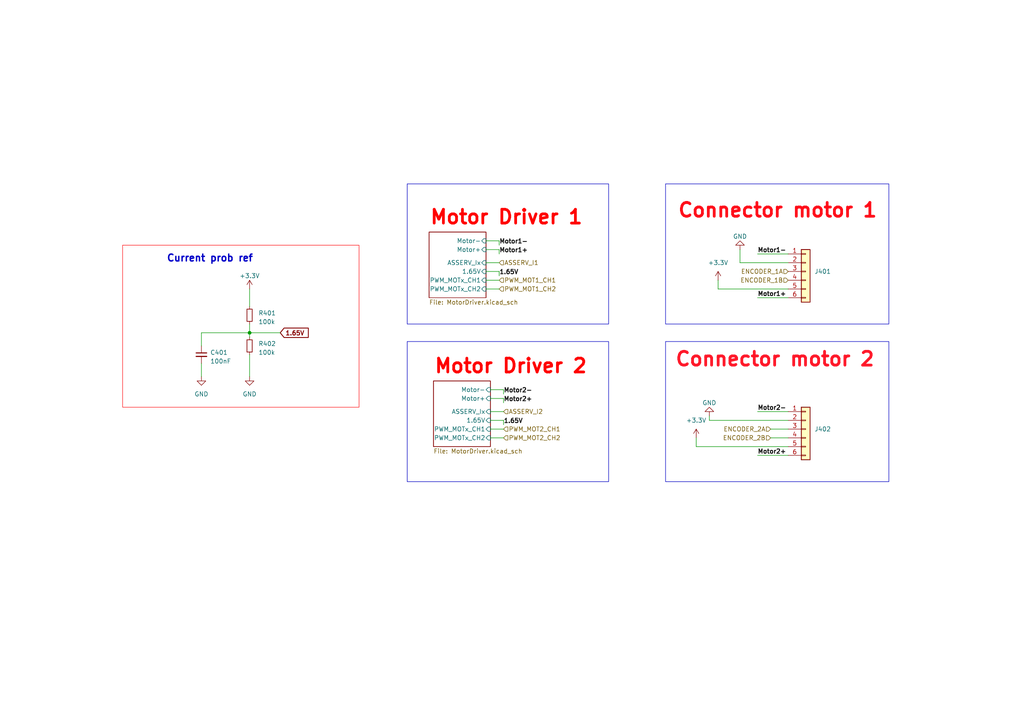
<source format=kicad_sch>
(kicad_sch (version 20231120) (generator "eeschema") (generator_version "8.0")
  (paper "A4")
  (lib_symbols
    (symbol "+3.3V_1" (power) (pin_numbers hide) (pin_names (offset 0) hide)
      (property "Value" "+3.3V" (at 0 3.556 0))
      (symbol "+3.3V_1_0_1"
        (polyline (pts (xy -0.762 1.27) (xy 0 2.54)))
        (polyline (pts (xy 0 0) (xy 0 2.54)))
        (polyline (pts (xy 0 2.54) (xy 0.762 1.27)))
      )
      (symbol "+3.3V_1_1_1"
        (pin power_in line (at 0 0 90) (length 0) (name "~") (number "1"))
      )
    )
    (symbol "+3.3V_2" (power) (pin_numbers hide) (pin_names (offset 0) hide)
      (property "Value" "+3.3V" (at 0 3.556 0))
      (symbol "+3.3V_2_0_1"
        (polyline (pts (xy -0.762 1.27) (xy 0 2.54)))
        (polyline (pts (xy 0 0) (xy 0 2.54)))
        (polyline (pts (xy 0 2.54) (xy 0.762 1.27)))
      )
      (symbol "+3.3V_2_1_1"
        (pin power_in line (at 0 0 90) (length 0) (name "~") (number "1"))
      )
    )
    (symbol "Connector_Generic:Conn_01x06" (pin_names (offset 1.016) hide)
      (property "Reference" "J" (at 0 7.62 0))
      (property "Value" "Conn_01x06" (at 0 -10.16 0))
      (symbol "Conn_01x06_1_1"
        (rectangle (start -1.27 -7.493) (end 0 -7.747) (stroke (width 0.1524)))
        (rectangle (start -1.27 -4.953) (end 0 -5.207) (stroke (width 0.1524)))
        (rectangle (start -1.27 -2.413) (end 0 -2.667) (stroke (width 0.1524)))
        (rectangle (start -1.27 0.127) (end 0 -0.127) (stroke (width 0.1524)))
        (rectangle (start -1.27 2.667) (end 0 2.413) (stroke (width 0.1524)))
        (rectangle (start -1.27 5.207) (end 0 4.953) (stroke (width 0.1524)))
        (rectangle (start -1.27 6.35) (end 1.27 -8.89) (stroke (width 0.254)) (fill (type background)))
        (pin passive line (at -5.08 5.08 0) (length 3.81) (name "Pin_1") (number "1"))
        (pin passive line (at -5.08 2.54 0) (length 3.81) (name "Pin_2") (number "2"))
        (pin passive line (at -5.08 0 0) (length 3.81) (name "Pin_3") (number "3"))
        (pin passive line (at -5.08 -2.54 0) (length 3.81) (name "Pin_4") (number "4"))
        (pin passive line (at -5.08 -5.08 0) (length 3.81) (name "Pin_5") (number "5"))
        (pin passive line (at -5.08 -7.62 0) (length 3.81) (name "Pin_6") (number "6"))
      )
    )
    (symbol "Device:C_Small" (pin_numbers hide) (pin_names (offset 0.254) hide)
      (property "Reference" "C" (at 0.254 1.778 0))
      (property "Value" "C_Small" (at 0.254 -2.032 0))
      (symbol "C_Small_0_1"
        (polyline (pts (xy -1.524 -0.508) (xy 1.524 -0.508)) (stroke (width 0.3302)))
        (polyline (pts (xy -1.524 0.508) (xy 1.524 0.508)) (stroke (width 0.3048)))
      )
      (symbol "C_Small_1_1"
        (pin passive line (at 0 2.54 270) (length 2.032) (name "~") (number "1"))
        (pin passive line (at 0 -2.54 90) (length 2.032) (name "~") (number "2"))
      )
    )
    (symbol "Device:R_Small" (pin_numbers hide) (pin_names (offset 0.254) hide)
      (property "Reference" "R" (at 0.762 0.508 0))
      (property "Value" "R_Small" (at 0.762 -1.016 0))
      (symbol "R_Small_0_1"
        (rectangle (start -0.762 1.778) (end 0.762 -1.778) (stroke (width 0.2032)))
      )
      (symbol "R_Small_1_1"
        (pin passive line (at 0 2.54 270) (length 0.762) (name "~") (number "1"))
        (pin passive line (at 0 -2.54 90) (length 0.762) (name "~") (number "2"))
      )
    )
    (symbol "power:+3.3V" (power) (pin_names (offset 0))
      (property "Value" "+3.3V" (at 0 3.556 0))
      (symbol "+3.3V_0_1"
        (polyline (pts (xy -0.762 1.27) (xy 0 2.54)))
        (polyline (pts (xy 0 0) (xy 0 2.54)))
        (polyline (pts (xy 0 2.54) (xy 0.762 1.27)))
      )
      (symbol "+3.3V_1_1"
        (pin power_in line (at 0 0 90) (length 0) hide (name "+3.3V") (number "1"))
      )
    )
    (symbol "power:GND" (power) (pin_names (offset 0))
      (property "Value" "GND" (at 0 -3.81 0))
      (symbol "GND_0_1"
        (polyline (pts (xy 0 0) (xy 0 -1.27) (xy 1.27 -1.27) (xy 0 -2.54) (xy -1.27 -1.27) (xy 0 -1.27)))
      )
      (symbol "GND_1_1"
        (pin power_in line (at 0 0 270) (length 0) hide (name "GND") (number "1"))
      )
    )
  )
  (junction (at 72.39 96.52))
  (wire (pts (xy 72.39 96.52) (xy 58.42 96.52)))
  (wire (pts (xy 146.05 114.3) (xy 146.05 113.03)))
  (wire (pts (xy 144.78 76.2) (xy 140.97 76.2)))
  (wire (pts (xy 146.05 115.57) (xy 142.24 115.57)))
  (wire (pts (xy 205.74 121.92) (xy 228.6 121.92)))
  (wire (pts (xy 72.39 102.87) (xy 72.39 109.22)))
  (wire (pts (xy 146.05 113.03) (xy 142.24 113.03)))
  (wire (pts (xy 201.93 127) (xy 201.93 129.54)))
  (wire (pts (xy 228.6 124.46) (xy 223.52 124.46)))
  (wire (pts (xy 72.39 96.52) (xy 81.28 96.52)))
  (wire (pts (xy 142.24 121.92) (xy 146.05 121.92)))
  (wire (pts (xy 72.39 93.98) (xy 72.39 96.52)))
  (wire (pts (xy 144.78 72.39) (xy 140.97 72.39)))
  (wire (pts (xy 214.63 72.39) (xy 214.63 76.2)))
  (wire (pts (xy 72.39 83.82) (xy 72.39 88.9)))
  (wire (pts (xy 140.97 83.82) (xy 144.78 83.82)))
  (wire (pts (xy 144.78 78.74) (xy 140.97 78.74)))
  (wire (pts (xy 144.78 69.85) (xy 140.97 69.85)))
  (wire (pts (xy 144.78 80.01) (xy 144.78 78.74)))
  (wire (pts (xy 142.24 127) (xy 146.05 127)))
  (wire (pts (xy 228.6 83.82) (xy 208.28 83.82)))
  (wire (pts (xy 205.74 121.92) (xy 205.74 120.65)))
  (wire (pts (xy 144.78 73.66) (xy 144.78 72.39)))
  (wire (pts (xy 219.71 73.66) (xy 228.6 73.66)))
  (wire (pts (xy 228.6 76.2) (xy 214.63 76.2)))
  (wire (pts (xy 146.05 119.38) (xy 142.24 119.38)))
  (wire (pts (xy 208.28 81.28) (xy 208.28 83.82)))
  (wire (pts (xy 228.6 132.08) (xy 219.71 132.08)))
  (wire (pts (xy 58.42 105.41) (xy 58.42 109.22)))
  (wire (pts (xy 201.93 129.54) (xy 228.6 129.54)))
  (wire (pts (xy 144.78 71.12) (xy 144.78 69.85)))
  (wire (pts (xy 140.97 81.28) (xy 144.78 81.28)))
  (wire (pts (xy 219.71 86.36) (xy 228.6 86.36)))
  (wire (pts (xy 142.24 124.46) (xy 146.05 124.46)))
  (wire (pts (xy 228.6 119.38) (xy 219.71 119.38)))
  (wire (pts (xy 228.6 127) (xy 223.52 127)))
  (wire (pts (xy 58.42 96.52) (xy 58.42 100.33)))
  (wire (pts (xy 146.05 116.84) (xy 146.05 115.57)))
  (wire (pts (xy 146.05 123.19) (xy 146.05 121.92)))
  (wire (pts (xy 72.39 96.52) (xy 72.39 97.79)))
  (rectangle (start 193.04 53.34) (end 257.81 93.98))
  (rectangle (start 35.56 71.12) (end 104.14 118.11) (stroke (width 0) (color 255 22 26 1)))
  (rectangle (start 118.11 53.34) (end 176.53 93.98))
  (rectangle (start 118.11 99.06) (end 176.53 139.7))
  (rectangle (start 193.04 99.06) (end 257.81 139.7))
  (text "Current prob ref" (at 48.26 76.2 0) (effects (font (size 2 2) (thickness 0.4) (bold yes)) (justify left bottom)))
  (text "Connector motor 1\n" (at 196.342 63.5 0) (effects (font (size 4 4) (thickness 0.8) (bold yes)) (justify left bottom)))
  (text "Connector motor 2\n" (at 195.58 106.68 0) (effects (font (size 4 4) (thickness 0.8) (bold yes)) (justify left bottom)))
  (label "Motor1+" (at 219.71 86.36 0) (effects (font (bold yes))))
  (label "Motor2-" (at 219.71 119.38 0) (effects (font (bold yes))))
  (label "Motor2-" (at 146.05 114.3 0) (effects (font (bold yes))))
  (label "Motor1-" (at 144.78 71.12 0) (effects (font (bold yes))))
  (label "Motor2+" (at 219.71 132.08 0) (effects (font (bold yes))))
  (label "1.65V" (at 144.78 80.01 0) (effects (font (bold yes))))
  (label "Motor1+" (at 144.78 73.66 0) (effects (font (bold yes))))
  (label "1.65V" (at 146.05 123.19 0) (effects (font (bold yes))))
  (label "Motor2+" (at 146.05 116.84 0) (effects (font (bold yes))))
  (label "Motor1-" (at 219.71 73.66 0) (effects (font (bold yes))))
  (global_label "1.65V" (shape input) (at 81.28 96.52 0) (effects (font (bold yes))) (property "Intersheetrefs" "${INTERSHEET_REFS}" (effects (hide yes))))
  (hierarchical_label "ENCODER_1B" (shape input) (at 228.6 81.28 180))
  (hierarchical_label "PWM_MOT1_CH1" (shape input) (at 144.78 81.28 0))
  (hierarchical_label "PWM_MOT1_CH2" (shape input) (at 144.78 83.82 0))
  (hierarchical_label "PWM_MOT2_CH1" (shape input) (at 146.05 124.46 0))
  (hierarchical_label "ASSERV_I2" (shape input) (at 146.05 119.38 0))
  (hierarchical_label "ENCODER_2B" (shape input) (at 223.52 127 180))
  (hierarchical_label "ENCODER_2A" (shape input) (at 223.52 124.46 180))
  (hierarchical_label "PWM_MOT2_CH2" (shape input) (at 146.05 127 0))
  (hierarchical_label "ASSERV_I1" (shape input) (at 144.78 76.2 0))
  (hierarchical_label "ENCODER_1A" (shape input) (at 228.6 78.74 180))
  (symbol (lib_id "power:GND") (at 205.74 120.65 180) (unit 1)
    (property "Reference" "#PWR0406" (effects (hide yes)))
    (property "Value" "GND" (at 205.74 116.84 0))
  )
  (symbol (lib_id "power:GND") (at 214.63 72.39 180) (unit 1)
    (property "Reference" "#PWR0401" (effects (hide yes)))
    (property "Value" "GND" (at 214.63 68.58 0))
  )
  (symbol (lib_name "+3.3V_2") (lib_id "power:+3.3V") (at 201.93 127 0) (unit 1)
    (property "Reference" "#PWR0407" (effects (hide yes)))
    (property "Value" "+3.3V" (at 201.93 121.92 0))
    (property "Description" "Power symbol creates a global label with name \"+3.3V\"" (effects (hide yes)))
  )
  (symbol (lib_id "power:GND") (at 58.42 109.22 0) (unit 1)
    (property "Reference" "#PWR0404" (effects (hide yes)))
    (property "Value" "GND" (at 58.42 114.3 0))
  )
  (symbol (lib_id "Connector_Generic:Conn_01x06") (at 233.68 124.46 0) (unit 1)
    (property "Reference" "J402" (at 236.22 124.46 0) (effects (justify left)))
    (property "Value" "Conn_01x06" (effects (hide yes)))
    (property "Footprint" "Connector_JST:JST_XH_S6B-XH-A_1x06_P2.50mm_Horizontal" (effects (hide yes)))
  )
  (symbol (lib_name "+3.3V_1") (lib_id "power:+3.3V") (at 208.28 81.28 0) (unit 1)
    (property "Reference" "#PWR0402" (effects (hide yes)))
    (property "Value" "+3.3V" (at 208.28 76.2 0))
    (property "Description" "Power symbol creates a global label with name \"+3.3V\"" (effects (hide yes)))
  )
  (symbol (lib_id "Device:R_Small") (at 72.39 100.33 0) (unit 1)
    (property "Reference" "R402" (at 74.93 99.695 0) (effects (justify left)))
    (property "Value" "100k" (at 74.93 102.235 0) (effects (justify left)))
    (property "Footprint" "Resistor_SMD:R_0603_1608Metric_Pad0.98x0.95mm_HandSolder" (effects (hide yes)))
    (property "Height" "0603" (effects (hide yes)))
  )
  (symbol (lib_id "Device:C_Small") (at 58.42 102.87 0) (unit 1)
    (property "Reference" "C401" (at 60.96 102.2413 0) (effects (justify left)))
    (property "Value" "100nF" (at 60.96 104.7813 0) (effects (justify left)))
    (property "Footprint" "Capacitor_SMD:C_0603_1608Metric_Pad1.08x0.95mm_HandSolder" (effects (hide yes)))
  )
  (symbol (lib_id "power:GND") (at 72.39 109.22 0) (unit 1)
    (property "Reference" "#PWR0405" (effects (hide yes)))
    (property "Value" "GND" (at 72.39 114.3 0))
  )
  (symbol (lib_id "Device:R_Small") (at 72.39 91.44 0) (unit 1)
    (property "Reference" "R401" (at 74.93 90.805 0) (effects (justify left)))
    (property "Value" "100k" (at 74.93 93.345 0) (effects (justify left)))
    (property "Footprint" "Resistor_SMD:R_0603_1608Metric_Pad0.98x0.95mm_HandSolder" (effects (hide yes)))
    (property "Height" "0603" (effects (hide yes)))
  )
  (symbol (lib_id "Connector_Generic:Conn_01x06") (at 233.68 78.74 0) (unit 1)
    (property "Reference" "J401" (at 236.22 78.74 0) (effects (justify left)))
    (property "Value" "Conn_01x06" (effects (hide yes)))
    (property "Footprint" "Connector_JST:JST_XH_S6B-XH-A_1x06_P2.50mm_Horizontal" (effects (hide yes)))
  )
  (symbol (lib_id "power:+3.3V") (at 72.39 83.82 0) (unit 1)
    (property "Reference" "#PWR0403" (effects (hide yes)))
    (property "Value" "+3.3V" (at 72.39 80.01 0))
  )
  (sheet (at 124.46 67.31) (size 16.51 19.05) (stroke (width 0.1524))
    (property "Sheetname" "Motor Driver 1" (at 124.46 65.2334 0) (effects (font (size 4 4) (thickness 0.8) (bold yes)) (justify left bottom)))
    (property "Sheetfile" "MotorDriver.kicad_sch" (at 124.46 86.9446 0) (effects (justify left top)))
    (pin "Motor-" input (at 140.97 69.85 0))
    (pin "Motor+" input (at 140.97 72.39 0))
    (pin "PWM_MOTx_CH2" input (at 140.97 83.82 0))
    (pin "PWM_MOTx_CH1" input (at 140.97 81.28 0))
    (pin "1.65V" input (at 140.97 78.74 0))
    (pin "ASSERV_Ix" input (at 140.97 76.2 0))
  )
  (sheet (at 125.73 110.49) (size 16.51 19.05) (stroke (width 0.1524))
    (property "Sheetname" "Motor Driver 2" (at 125.73 108.4134 0) (effects (font (size 4 4) (thickness 0.8) (bold yes)) (justify left bottom)))
    (property "Sheetfile" "MotorDriver.kicad_sch" (at 125.73 130.1246 0) (effects (justify left top)))
    (pin "Motor-" input (at 142.24 113.03 0))
    (pin "Motor+" input (at 142.24 115.57 0))
    (pin "PWM_MOTx_CH2" input (at 142.24 127 0))
    (pin "PWM_MOTx_CH1" input (at 142.24 124.46 0))
    (pin "1.65V" input (at 142.24 121.92 0))
    (pin "ASSERV_Ix" input (at 142.24 119.38 0))
  )
)
</source>
